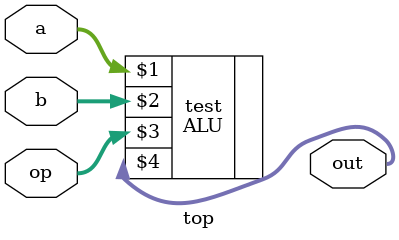
<source format=v>
`timescale 1ns / 1ps
module top(
    input [31:0] a,
    input [31:0] b,
    input [4:0]  op,
    output [31:0] out
    );
    parameter	A_NOP	= 5'h00;	//空运算 	
    parameter	A_ADD	= 5'h01;	//符号加
    parameter	A_SUB	= 5'h02;	//符号减
    parameter	A_AND   = 5'h03;	//与
    parameter	A_OR    = 5'h04;	//或
    parameter	A_XOR   = 5'h05;	//异或
    parameter	A_NOR   = 5'h06;	//或非

    ALU test(a,b,op,out);



endmodule

</source>
